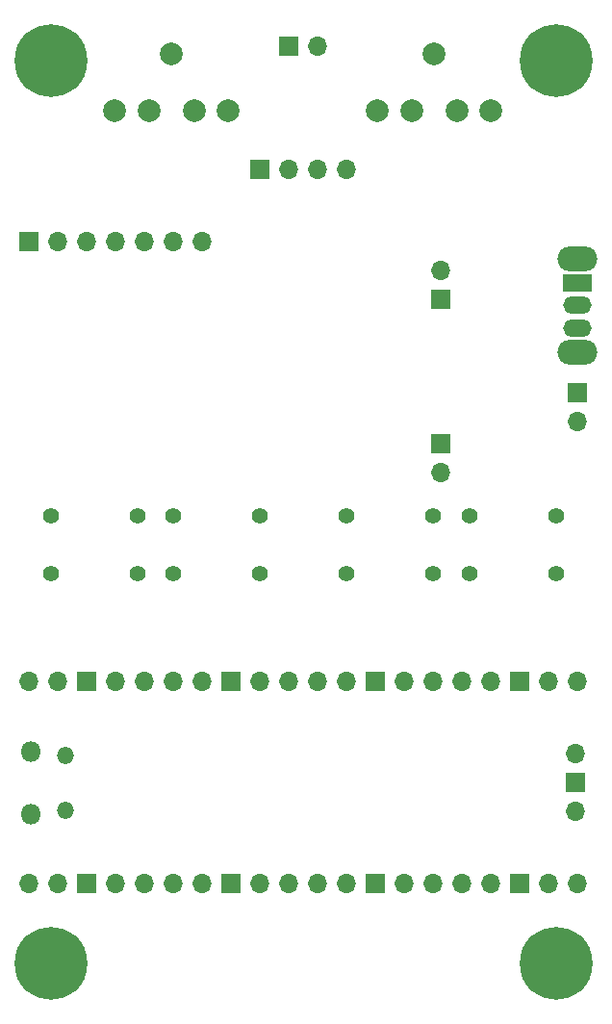
<source format=gbs>
G04 #@! TF.GenerationSoftware,KiCad,Pcbnew,7.0.5-unknown-202306101748~6fbdf8f0e2~ubuntu22.04.1*
G04 #@! TF.CreationDate,2023-09-30T13:34:23+01:00*
G04 #@! TF.ProjectId,things,7468696e-6773-42e6-9b69-6361645f7063,rev?*
G04 #@! TF.SameCoordinates,Original*
G04 #@! TF.FileFunction,Soldermask,Bot*
G04 #@! TF.FilePolarity,Negative*
%FSLAX46Y46*%
G04 Gerber Fmt 4.6, Leading zero omitted, Abs format (unit mm)*
G04 Created by KiCad (PCBNEW 7.0.5-unknown-202306101748~6fbdf8f0e2~ubuntu22.04.1) date 2023-09-30 13:34:23*
%MOMM*%
%LPD*%
G01*
G04 APERTURE LIST*
%ADD10O,1.700000X1.700000*%
%ADD11R,1.700000X1.700000*%
%ADD12O,1.800000X1.800000*%
%ADD13O,1.500000X1.500000*%
%ADD14C,2.000000*%
%ADD15C,6.400000*%
%ADD16C,1.397000*%
%ADD17O,3.500000X2.200000*%
%ADD18R,2.500000X1.500000*%
%ADD19O,2.500000X1.500000*%
G04 APERTURE END LIST*
D10*
X151535000Y-166370000D03*
D11*
X151535000Y-168910000D03*
D10*
X151535000Y-171450000D03*
X103505000Y-160020000D03*
X106045000Y-160020000D03*
D11*
X108585000Y-160020000D03*
D10*
X111125000Y-160020000D03*
X113665000Y-160020000D03*
X116205000Y-160020000D03*
X118745000Y-160020000D03*
D11*
X121285000Y-160020000D03*
D10*
X123825000Y-160020000D03*
X126365000Y-160020000D03*
X128905000Y-160020000D03*
X131445000Y-160020000D03*
D11*
X133985000Y-160020000D03*
D10*
X136525000Y-160020000D03*
X139065000Y-160020000D03*
X141605000Y-160020000D03*
X144145000Y-160020000D03*
D11*
X146685000Y-160020000D03*
D10*
X149225000Y-160020000D03*
X151765000Y-160020000D03*
X151765000Y-177800000D03*
X149225000Y-177800000D03*
D11*
X146685000Y-177800000D03*
D10*
X144145000Y-177800000D03*
X141605000Y-177800000D03*
X139065000Y-177800000D03*
X136525000Y-177800000D03*
D11*
X133985000Y-177800000D03*
D10*
X131445000Y-177800000D03*
X128905000Y-177800000D03*
X126365000Y-177800000D03*
X123825000Y-177800000D03*
D11*
X121285000Y-177800000D03*
D10*
X118745000Y-177800000D03*
X116205000Y-177800000D03*
X113665000Y-177800000D03*
X111125000Y-177800000D03*
D11*
X108585000Y-177800000D03*
D10*
X106045000Y-177800000D03*
X103505000Y-177800000D03*
D12*
X103635000Y-166185000D03*
D13*
X106665000Y-166485000D03*
X106665000Y-171335000D03*
D12*
X103635000Y-171635000D03*
D11*
X123825000Y-114935000D03*
D10*
X126365000Y-114935000D03*
X128905000Y-114935000D03*
X131445000Y-114935000D03*
D11*
X103505000Y-121285000D03*
D10*
X106045000Y-121285000D03*
X108585000Y-121285000D03*
X111125000Y-121285000D03*
X113665000Y-121285000D03*
X116205000Y-121285000D03*
X118745000Y-121285000D03*
D14*
X139145000Y-104780000D03*
X144145000Y-109780000D03*
X141145000Y-109780000D03*
X134145000Y-109780000D03*
X137145000Y-109780000D03*
X116031000Y-104780000D03*
X121031000Y-109780000D03*
X118031000Y-109780000D03*
X111031000Y-109780000D03*
X114031000Y-109780000D03*
D15*
X105410000Y-105410000D03*
D16*
X105410000Y-145415000D03*
X113030000Y-145415000D03*
X105410000Y-150495000D03*
X113030000Y-150495000D03*
D15*
X149860000Y-184785000D03*
X105410000Y-184785000D03*
D16*
X116205000Y-145415000D03*
X123825000Y-145415000D03*
X116205000Y-150495000D03*
X123825000Y-150495000D03*
D11*
X151765000Y-134620000D03*
D10*
X151765000Y-137160000D03*
D16*
X142240000Y-145415000D03*
X149860000Y-145415000D03*
X142240000Y-150495000D03*
X149860000Y-150495000D03*
D11*
X139700000Y-126370000D03*
D10*
X139700000Y-123830000D03*
D15*
X149860000Y-105410000D03*
D16*
X131445000Y-145415000D03*
X139065000Y-145415000D03*
X131445000Y-150495000D03*
X139065000Y-150495000D03*
D17*
X151765000Y-122805000D03*
X151765000Y-131005000D03*
D18*
X151765000Y-124905000D03*
D19*
X151765000Y-126905000D03*
X151765000Y-128905000D03*
D11*
X139700000Y-139065000D03*
D10*
X139700000Y-141605000D03*
D11*
X126365000Y-104140000D03*
D10*
X128905000Y-104140000D03*
M02*

</source>
